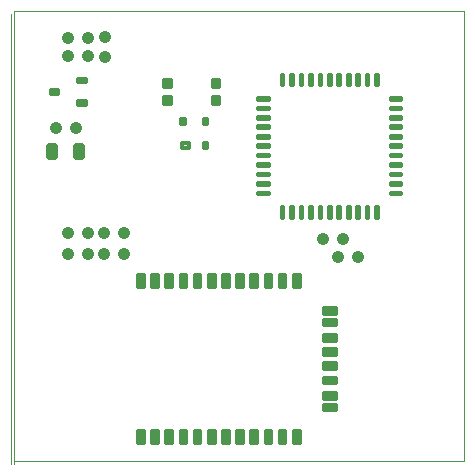
<source format=gtp>
G75*
G70*
%OFA0B0*%
%FSLAX24Y24*%
%IPPOS*%
%LPD*%
%AMOC8*
5,1,8,0,0,1.08239X$1,22.5*
%
%ADD10C,0.0000*%
%ADD11C,0.0089*%
%ADD12C,0.0118*%
%ADD13C,0.0138*%
%ADD14C,0.0360*%
%ADD15C,0.0157*%
%ADD16C,0.0128*%
%ADD17C,0.0177*%
%ADD18C,0.0200*%
D10*
X000100Y000100D02*
X000100Y015100D01*
X000200Y015200D02*
X000200Y000200D01*
X000200Y000100D01*
X000200Y000200D02*
X015200Y000200D01*
X015200Y015200D01*
X000200Y015200D01*
D11*
X008303Y012319D02*
X008687Y012319D01*
X008687Y012231D01*
X008303Y012231D01*
X008303Y012319D01*
X008687Y012319D01*
X008687Y012004D02*
X008303Y012004D01*
X008687Y012004D02*
X008687Y011916D01*
X008303Y011916D01*
X008303Y012004D01*
X008687Y012004D01*
X008687Y011689D02*
X008303Y011689D01*
X008687Y011689D02*
X008687Y011601D01*
X008303Y011601D01*
X008303Y011689D01*
X008687Y011689D01*
X008687Y011374D02*
X008303Y011374D01*
X008687Y011374D02*
X008687Y011286D01*
X008303Y011286D01*
X008303Y011374D01*
X008687Y011374D01*
X008687Y011059D02*
X008303Y011059D01*
X008687Y011059D02*
X008687Y010971D01*
X008303Y010971D01*
X008303Y011059D01*
X008687Y011059D01*
X008687Y010744D02*
X008303Y010744D01*
X008687Y010744D02*
X008687Y010656D01*
X008303Y010656D01*
X008303Y010744D01*
X008687Y010744D01*
X008687Y010429D02*
X008303Y010429D01*
X008687Y010429D02*
X008687Y010341D01*
X008303Y010341D01*
X008303Y010429D01*
X008687Y010429D01*
X008687Y010114D02*
X008303Y010114D01*
X008687Y010114D02*
X008687Y010026D01*
X008303Y010026D01*
X008303Y010114D01*
X008687Y010114D01*
X008687Y009799D02*
X008303Y009799D01*
X008687Y009799D02*
X008687Y009711D01*
X008303Y009711D01*
X008303Y009799D01*
X008687Y009799D01*
X008687Y009484D02*
X008303Y009484D01*
X008687Y009484D02*
X008687Y009396D01*
X008303Y009396D01*
X008303Y009484D01*
X008687Y009484D01*
X008687Y009169D02*
X008303Y009169D01*
X008687Y009169D02*
X008687Y009081D01*
X008303Y009081D01*
X008303Y009169D01*
X008687Y009169D01*
X009081Y008687D02*
X009081Y008303D01*
X009081Y008687D02*
X009169Y008687D01*
X009169Y008303D01*
X009081Y008303D01*
X009081Y008391D02*
X009169Y008391D01*
X009169Y008479D02*
X009081Y008479D01*
X009081Y008567D02*
X009169Y008567D01*
X009169Y008655D02*
X009081Y008655D01*
X009396Y008687D02*
X009396Y008303D01*
X009396Y008687D02*
X009484Y008687D01*
X009484Y008303D01*
X009396Y008303D01*
X009396Y008391D02*
X009484Y008391D01*
X009484Y008479D02*
X009396Y008479D01*
X009396Y008567D02*
X009484Y008567D01*
X009484Y008655D02*
X009396Y008655D01*
X009711Y008687D02*
X009711Y008303D01*
X009711Y008687D02*
X009799Y008687D01*
X009799Y008303D01*
X009711Y008303D01*
X009711Y008391D02*
X009799Y008391D01*
X009799Y008479D02*
X009711Y008479D01*
X009711Y008567D02*
X009799Y008567D01*
X009799Y008655D02*
X009711Y008655D01*
X010026Y008687D02*
X010026Y008303D01*
X010026Y008687D02*
X010114Y008687D01*
X010114Y008303D01*
X010026Y008303D01*
X010026Y008391D02*
X010114Y008391D01*
X010114Y008479D02*
X010026Y008479D01*
X010026Y008567D02*
X010114Y008567D01*
X010114Y008655D02*
X010026Y008655D01*
X010341Y008687D02*
X010341Y008303D01*
X010341Y008687D02*
X010429Y008687D01*
X010429Y008303D01*
X010341Y008303D01*
X010341Y008391D02*
X010429Y008391D01*
X010429Y008479D02*
X010341Y008479D01*
X010341Y008567D02*
X010429Y008567D01*
X010429Y008655D02*
X010341Y008655D01*
X010656Y008687D02*
X010656Y008303D01*
X010656Y008687D02*
X010744Y008687D01*
X010744Y008303D01*
X010656Y008303D01*
X010656Y008391D02*
X010744Y008391D01*
X010744Y008479D02*
X010656Y008479D01*
X010656Y008567D02*
X010744Y008567D01*
X010744Y008655D02*
X010656Y008655D01*
X010971Y008687D02*
X010971Y008303D01*
X010971Y008687D02*
X011059Y008687D01*
X011059Y008303D01*
X010971Y008303D01*
X010971Y008391D02*
X011059Y008391D01*
X011059Y008479D02*
X010971Y008479D01*
X010971Y008567D02*
X011059Y008567D01*
X011059Y008655D02*
X010971Y008655D01*
X011286Y008687D02*
X011286Y008303D01*
X011286Y008687D02*
X011374Y008687D01*
X011374Y008303D01*
X011286Y008303D01*
X011286Y008391D02*
X011374Y008391D01*
X011374Y008479D02*
X011286Y008479D01*
X011286Y008567D02*
X011374Y008567D01*
X011374Y008655D02*
X011286Y008655D01*
X011601Y008687D02*
X011601Y008303D01*
X011601Y008687D02*
X011689Y008687D01*
X011689Y008303D01*
X011601Y008303D01*
X011601Y008391D02*
X011689Y008391D01*
X011689Y008479D02*
X011601Y008479D01*
X011601Y008567D02*
X011689Y008567D01*
X011689Y008655D02*
X011601Y008655D01*
X011916Y008687D02*
X011916Y008303D01*
X011916Y008687D02*
X012004Y008687D01*
X012004Y008303D01*
X011916Y008303D01*
X011916Y008391D02*
X012004Y008391D01*
X012004Y008479D02*
X011916Y008479D01*
X011916Y008567D02*
X012004Y008567D01*
X012004Y008655D02*
X011916Y008655D01*
X012231Y008687D02*
X012231Y008303D01*
X012231Y008687D02*
X012319Y008687D01*
X012319Y008303D01*
X012231Y008303D01*
X012231Y008391D02*
X012319Y008391D01*
X012319Y008479D02*
X012231Y008479D01*
X012231Y008567D02*
X012319Y008567D01*
X012319Y008655D02*
X012231Y008655D01*
X012713Y009081D02*
X013097Y009081D01*
X012713Y009081D02*
X012713Y009169D01*
X013097Y009169D01*
X013097Y009081D01*
X013097Y009169D02*
X012713Y009169D01*
X012713Y009396D02*
X013097Y009396D01*
X012713Y009396D02*
X012713Y009484D01*
X013097Y009484D01*
X013097Y009396D01*
X013097Y009484D02*
X012713Y009484D01*
X012713Y009711D02*
X013097Y009711D01*
X012713Y009711D02*
X012713Y009799D01*
X013097Y009799D01*
X013097Y009711D01*
X013097Y009799D02*
X012713Y009799D01*
X012713Y010026D02*
X013097Y010026D01*
X012713Y010026D02*
X012713Y010114D01*
X013097Y010114D01*
X013097Y010026D01*
X013097Y010114D02*
X012713Y010114D01*
X012713Y010341D02*
X013097Y010341D01*
X012713Y010341D02*
X012713Y010429D01*
X013097Y010429D01*
X013097Y010341D01*
X013097Y010429D02*
X012713Y010429D01*
X012713Y010656D02*
X013097Y010656D01*
X012713Y010656D02*
X012713Y010744D01*
X013097Y010744D01*
X013097Y010656D01*
X013097Y010744D02*
X012713Y010744D01*
X012713Y010971D02*
X013097Y010971D01*
X012713Y010971D02*
X012713Y011059D01*
X013097Y011059D01*
X013097Y010971D01*
X013097Y011059D02*
X012713Y011059D01*
X012713Y011286D02*
X013097Y011286D01*
X012713Y011286D02*
X012713Y011374D01*
X013097Y011374D01*
X013097Y011286D01*
X013097Y011374D02*
X012713Y011374D01*
X012713Y011601D02*
X013097Y011601D01*
X012713Y011601D02*
X012713Y011689D01*
X013097Y011689D01*
X013097Y011601D01*
X013097Y011689D02*
X012713Y011689D01*
X012713Y011916D02*
X013097Y011916D01*
X012713Y011916D02*
X012713Y012004D01*
X013097Y012004D01*
X013097Y011916D01*
X013097Y012004D02*
X012713Y012004D01*
X012713Y012231D02*
X013097Y012231D01*
X012713Y012231D02*
X012713Y012319D01*
X013097Y012319D01*
X013097Y012231D01*
X013097Y012319D02*
X012713Y012319D01*
X012319Y012713D02*
X012319Y013097D01*
X012319Y012713D02*
X012231Y012713D01*
X012231Y013097D01*
X012319Y013097D01*
X012319Y012801D02*
X012231Y012801D01*
X012231Y012889D02*
X012319Y012889D01*
X012319Y012977D02*
X012231Y012977D01*
X012231Y013065D02*
X012319Y013065D01*
X012004Y013097D02*
X012004Y012713D01*
X011916Y012713D01*
X011916Y013097D01*
X012004Y013097D01*
X012004Y012801D02*
X011916Y012801D01*
X011916Y012889D02*
X012004Y012889D01*
X012004Y012977D02*
X011916Y012977D01*
X011916Y013065D02*
X012004Y013065D01*
X011689Y013097D02*
X011689Y012713D01*
X011601Y012713D01*
X011601Y013097D01*
X011689Y013097D01*
X011689Y012801D02*
X011601Y012801D01*
X011601Y012889D02*
X011689Y012889D01*
X011689Y012977D02*
X011601Y012977D01*
X011601Y013065D02*
X011689Y013065D01*
X011374Y013097D02*
X011374Y012713D01*
X011286Y012713D01*
X011286Y013097D01*
X011374Y013097D01*
X011374Y012801D02*
X011286Y012801D01*
X011286Y012889D02*
X011374Y012889D01*
X011374Y012977D02*
X011286Y012977D01*
X011286Y013065D02*
X011374Y013065D01*
X011059Y013097D02*
X011059Y012713D01*
X010971Y012713D01*
X010971Y013097D01*
X011059Y013097D01*
X011059Y012801D02*
X010971Y012801D01*
X010971Y012889D02*
X011059Y012889D01*
X011059Y012977D02*
X010971Y012977D01*
X010971Y013065D02*
X011059Y013065D01*
X010744Y013097D02*
X010744Y012713D01*
X010656Y012713D01*
X010656Y013097D01*
X010744Y013097D01*
X010744Y012801D02*
X010656Y012801D01*
X010656Y012889D02*
X010744Y012889D01*
X010744Y012977D02*
X010656Y012977D01*
X010656Y013065D02*
X010744Y013065D01*
X010429Y013097D02*
X010429Y012713D01*
X010341Y012713D01*
X010341Y013097D01*
X010429Y013097D01*
X010429Y012801D02*
X010341Y012801D01*
X010341Y012889D02*
X010429Y012889D01*
X010429Y012977D02*
X010341Y012977D01*
X010341Y013065D02*
X010429Y013065D01*
X010114Y013097D02*
X010114Y012713D01*
X010026Y012713D01*
X010026Y013097D01*
X010114Y013097D01*
X010114Y012801D02*
X010026Y012801D01*
X010026Y012889D02*
X010114Y012889D01*
X010114Y012977D02*
X010026Y012977D01*
X010026Y013065D02*
X010114Y013065D01*
X009799Y013097D02*
X009799Y012713D01*
X009711Y012713D01*
X009711Y013097D01*
X009799Y013097D01*
X009799Y012801D02*
X009711Y012801D01*
X009711Y012889D02*
X009799Y012889D01*
X009799Y012977D02*
X009711Y012977D01*
X009711Y013065D02*
X009799Y013065D01*
X009484Y013097D02*
X009484Y012713D01*
X009396Y012713D01*
X009396Y013097D01*
X009484Y013097D01*
X009484Y012801D02*
X009396Y012801D01*
X009396Y012889D02*
X009484Y012889D01*
X009484Y012977D02*
X009396Y012977D01*
X009396Y013065D02*
X009484Y013065D01*
X009169Y013097D02*
X009169Y012713D01*
X009081Y012713D01*
X009081Y013097D01*
X009169Y013097D01*
X009169Y012801D02*
X009081Y012801D01*
X009081Y012889D02*
X009169Y012889D01*
X009169Y012977D02*
X009081Y012977D01*
X009081Y013065D02*
X009169Y013065D01*
D12*
X006633Y011415D02*
X006515Y011415D01*
X006515Y011573D01*
X006633Y011573D01*
X006633Y011415D01*
X006633Y011532D02*
X006515Y011532D01*
X005885Y011415D02*
X005767Y011415D01*
X005767Y011573D01*
X005885Y011573D01*
X005885Y011415D01*
X005885Y011532D02*
X005767Y011532D01*
X006515Y010627D02*
X006633Y010627D01*
X006515Y010627D02*
X006515Y010785D01*
X006633Y010785D01*
X006633Y010627D01*
X006633Y010744D02*
X006515Y010744D01*
D13*
X006033Y010637D02*
X005777Y010637D01*
X005777Y010775D01*
X006033Y010775D01*
X006033Y010637D01*
X006033Y010774D02*
X005777Y010774D01*
D14*
X003850Y007820D02*
X003850Y007780D01*
X003810Y007780D01*
X003810Y007820D01*
X003850Y007820D01*
X003190Y007820D02*
X003190Y007780D01*
X003150Y007780D01*
X003150Y007820D01*
X003190Y007820D01*
X002610Y007820D02*
X002610Y007780D01*
X002610Y007820D02*
X002650Y007820D01*
X002650Y007780D01*
X002610Y007780D01*
X001950Y007780D02*
X001950Y007820D01*
X001990Y007820D01*
X001990Y007780D01*
X001950Y007780D01*
X001950Y007120D02*
X001950Y007080D01*
X001950Y007120D02*
X001990Y007120D01*
X001990Y007080D01*
X001950Y007080D01*
X002610Y007080D02*
X002610Y007120D01*
X002650Y007120D01*
X002650Y007080D01*
X002610Y007080D01*
X003190Y007080D02*
X003190Y007120D01*
X003190Y007080D02*
X003150Y007080D01*
X003150Y007120D01*
X003190Y007120D01*
X003850Y007120D02*
X003850Y007080D01*
X003810Y007080D01*
X003810Y007120D01*
X003850Y007120D01*
X002210Y011280D02*
X002210Y011320D01*
X002250Y011320D01*
X002250Y011280D01*
X002210Y011280D01*
X001550Y011280D02*
X001550Y011320D01*
X001590Y011320D01*
X001590Y011280D01*
X001550Y011280D01*
X001950Y013680D02*
X001950Y013720D01*
X001990Y013720D01*
X001990Y013680D01*
X001950Y013680D01*
X001950Y014280D02*
X001950Y014320D01*
X001990Y014320D01*
X001990Y014280D01*
X001950Y014280D01*
X002610Y014280D02*
X002610Y014320D01*
X002650Y014320D01*
X002650Y014280D01*
X002610Y014280D01*
X003180Y014310D02*
X003220Y014310D01*
X003180Y014310D02*
X003180Y014350D01*
X003220Y014350D01*
X003220Y014310D01*
X003220Y013650D02*
X003180Y013650D01*
X003180Y013690D01*
X003220Y013690D01*
X003220Y013650D01*
X002610Y013680D02*
X002610Y013720D01*
X002650Y013720D01*
X002650Y013680D01*
X002610Y013680D01*
X010450Y007620D02*
X010450Y007580D01*
X010450Y007620D02*
X010490Y007620D01*
X010490Y007580D01*
X010450Y007580D01*
X010990Y007020D02*
X010990Y006980D01*
X010950Y006980D01*
X010950Y007020D01*
X010990Y007020D01*
X011110Y007580D02*
X011110Y007620D01*
X011150Y007620D01*
X011150Y007580D01*
X011110Y007580D01*
X011650Y007020D02*
X011650Y006980D01*
X011610Y006980D01*
X011610Y007020D01*
X011650Y007020D01*
D15*
X010878Y005295D02*
X010522Y005295D01*
X010878Y005295D02*
X010878Y005137D01*
X010522Y005137D01*
X010522Y005295D01*
X010522Y005293D02*
X010878Y005293D01*
X010878Y004901D02*
X010522Y004901D01*
X010878Y004901D02*
X010878Y004743D01*
X010522Y004743D01*
X010522Y004901D01*
X010522Y004899D02*
X010878Y004899D01*
X010878Y004389D02*
X010522Y004389D01*
X010878Y004389D02*
X010878Y004231D01*
X010522Y004231D01*
X010522Y004389D01*
X010522Y004387D02*
X010878Y004387D01*
X010878Y003917D02*
X010522Y003917D01*
X010878Y003917D02*
X010878Y003759D01*
X010522Y003759D01*
X010522Y003917D01*
X010522Y003915D02*
X010878Y003915D01*
X010878Y003444D02*
X010522Y003444D01*
X010878Y003444D02*
X010878Y003286D01*
X010522Y003286D01*
X010522Y003444D01*
X010522Y003442D02*
X010878Y003442D01*
X010878Y002972D02*
X010522Y002972D01*
X010878Y002972D02*
X010878Y002814D01*
X010522Y002814D01*
X010522Y002972D01*
X010522Y002970D02*
X010878Y002970D01*
X010878Y002460D02*
X010522Y002460D01*
X010878Y002460D02*
X010878Y002302D01*
X010522Y002302D01*
X010522Y002460D01*
X010522Y002458D02*
X010878Y002458D01*
X010878Y002066D02*
X010522Y002066D01*
X010878Y002066D02*
X010878Y001908D01*
X010522Y001908D01*
X010522Y002066D01*
X010522Y002064D02*
X010878Y002064D01*
X009677Y001181D02*
X009677Y000825D01*
X009519Y000825D01*
X009519Y001181D01*
X009677Y001181D01*
X009677Y000981D02*
X009519Y000981D01*
X009519Y001137D02*
X009677Y001137D01*
X009204Y001181D02*
X009204Y000825D01*
X009046Y000825D01*
X009046Y001181D01*
X009204Y001181D01*
X009204Y000981D02*
X009046Y000981D01*
X009046Y001137D02*
X009204Y001137D01*
X008732Y001181D02*
X008732Y000825D01*
X008574Y000825D01*
X008574Y001181D01*
X008732Y001181D01*
X008732Y000981D02*
X008574Y000981D01*
X008574Y001137D02*
X008732Y001137D01*
X008259Y001181D02*
X008259Y000825D01*
X008101Y000825D01*
X008101Y001181D01*
X008259Y001181D01*
X008259Y000981D02*
X008101Y000981D01*
X008101Y001137D02*
X008259Y001137D01*
X007787Y001181D02*
X007787Y000825D01*
X007629Y000825D01*
X007629Y001181D01*
X007787Y001181D01*
X007787Y000981D02*
X007629Y000981D01*
X007629Y001137D02*
X007787Y001137D01*
X007314Y001181D02*
X007314Y000825D01*
X007156Y000825D01*
X007156Y001181D01*
X007314Y001181D01*
X007314Y000981D02*
X007156Y000981D01*
X007156Y001137D02*
X007314Y001137D01*
X006842Y001181D02*
X006842Y000825D01*
X006684Y000825D01*
X006684Y001181D01*
X006842Y001181D01*
X006842Y000981D02*
X006684Y000981D01*
X006684Y001137D02*
X006842Y001137D01*
X006370Y001181D02*
X006370Y000825D01*
X006212Y000825D01*
X006212Y001181D01*
X006370Y001181D01*
X006370Y000981D02*
X006212Y000981D01*
X006212Y001137D02*
X006370Y001137D01*
X005897Y001181D02*
X005897Y000825D01*
X005739Y000825D01*
X005739Y001181D01*
X005897Y001181D01*
X005897Y000981D02*
X005739Y000981D01*
X005739Y001137D02*
X005897Y001137D01*
X005425Y001181D02*
X005425Y000825D01*
X005267Y000825D01*
X005267Y001181D01*
X005425Y001181D01*
X005425Y000981D02*
X005267Y000981D01*
X005267Y001137D02*
X005425Y001137D01*
X004952Y001181D02*
X004952Y000825D01*
X004794Y000825D01*
X004794Y001181D01*
X004952Y001181D01*
X004952Y000981D02*
X004794Y000981D01*
X004794Y001137D02*
X004952Y001137D01*
X004480Y001181D02*
X004480Y000825D01*
X004322Y000825D01*
X004322Y001181D01*
X004480Y001181D01*
X004480Y000981D02*
X004322Y000981D01*
X004322Y001137D02*
X004480Y001137D01*
X004480Y006022D02*
X004480Y006378D01*
X004480Y006022D02*
X004322Y006022D01*
X004322Y006378D01*
X004480Y006378D01*
X004480Y006178D02*
X004322Y006178D01*
X004322Y006334D02*
X004480Y006334D01*
X004952Y006378D02*
X004952Y006022D01*
X004794Y006022D01*
X004794Y006378D01*
X004952Y006378D01*
X004952Y006178D02*
X004794Y006178D01*
X004794Y006334D02*
X004952Y006334D01*
X005425Y006378D02*
X005425Y006022D01*
X005267Y006022D01*
X005267Y006378D01*
X005425Y006378D01*
X005425Y006178D02*
X005267Y006178D01*
X005267Y006334D02*
X005425Y006334D01*
X005897Y006378D02*
X005897Y006022D01*
X005739Y006022D01*
X005739Y006378D01*
X005897Y006378D01*
X005897Y006178D02*
X005739Y006178D01*
X005739Y006334D02*
X005897Y006334D01*
X006370Y006378D02*
X006370Y006022D01*
X006212Y006022D01*
X006212Y006378D01*
X006370Y006378D01*
X006370Y006178D02*
X006212Y006178D01*
X006212Y006334D02*
X006370Y006334D01*
X006842Y006378D02*
X006842Y006022D01*
X006684Y006022D01*
X006684Y006378D01*
X006842Y006378D01*
X006842Y006178D02*
X006684Y006178D01*
X006684Y006334D02*
X006842Y006334D01*
X007314Y006378D02*
X007314Y006022D01*
X007156Y006022D01*
X007156Y006378D01*
X007314Y006378D01*
X007314Y006178D02*
X007156Y006178D01*
X007156Y006334D02*
X007314Y006334D01*
X007787Y006378D02*
X007787Y006022D01*
X007629Y006022D01*
X007629Y006378D01*
X007787Y006378D01*
X007787Y006178D02*
X007629Y006178D01*
X007629Y006334D02*
X007787Y006334D01*
X008259Y006378D02*
X008259Y006022D01*
X008101Y006022D01*
X008101Y006378D01*
X008259Y006378D01*
X008259Y006178D02*
X008101Y006178D01*
X008101Y006334D02*
X008259Y006334D01*
X008732Y006378D02*
X008732Y006022D01*
X008574Y006022D01*
X008574Y006378D01*
X008732Y006378D01*
X008732Y006178D02*
X008574Y006178D01*
X008574Y006334D02*
X008732Y006334D01*
X009204Y006378D02*
X009204Y006022D01*
X009046Y006022D01*
X009046Y006378D01*
X009204Y006378D01*
X009204Y006178D02*
X009046Y006178D01*
X009046Y006334D02*
X009204Y006334D01*
X009677Y006378D02*
X009677Y006022D01*
X009519Y006022D01*
X009519Y006378D01*
X009677Y006378D01*
X009677Y006178D02*
X009519Y006178D01*
X009519Y006334D02*
X009677Y006334D01*
D16*
X002576Y012062D02*
X002576Y012190D01*
X002576Y012062D02*
X002330Y012062D01*
X002330Y012190D01*
X002576Y012190D01*
X002576Y012189D02*
X002330Y012189D01*
X002576Y012810D02*
X002576Y012938D01*
X002576Y012810D02*
X002330Y012810D01*
X002330Y012938D01*
X002576Y012938D01*
X002576Y012937D02*
X002330Y012937D01*
X001670Y012564D02*
X001670Y012436D01*
X001424Y012436D01*
X001424Y012564D01*
X001670Y012564D01*
X001670Y012563D02*
X001424Y012563D01*
D17*
X005204Y012676D02*
X005382Y012676D01*
X005204Y012676D02*
X005204Y012894D01*
X005382Y012894D01*
X005382Y012676D01*
X005382Y012852D02*
X005204Y012852D01*
X005204Y012106D02*
X005382Y012106D01*
X005204Y012106D02*
X005204Y012324D01*
X005382Y012324D01*
X005382Y012106D01*
X005382Y012282D02*
X005204Y012282D01*
X006818Y012106D02*
X006996Y012106D01*
X006818Y012106D02*
X006818Y012324D01*
X006996Y012324D01*
X006996Y012106D01*
X006996Y012282D02*
X006818Y012282D01*
X006818Y012676D02*
X006996Y012676D01*
X006818Y012676D02*
X006818Y012894D01*
X006996Y012894D01*
X006996Y012676D01*
X006996Y012852D02*
X006818Y012852D01*
D18*
X002450Y010675D02*
X002250Y010675D01*
X002450Y010675D02*
X002450Y010325D01*
X002250Y010325D01*
X002250Y010675D01*
X002250Y010524D02*
X002450Y010524D01*
X001550Y010675D02*
X001350Y010675D01*
X001550Y010675D02*
X001550Y010325D01*
X001350Y010325D01*
X001350Y010675D01*
X001350Y010524D02*
X001550Y010524D01*
M02*

</source>
